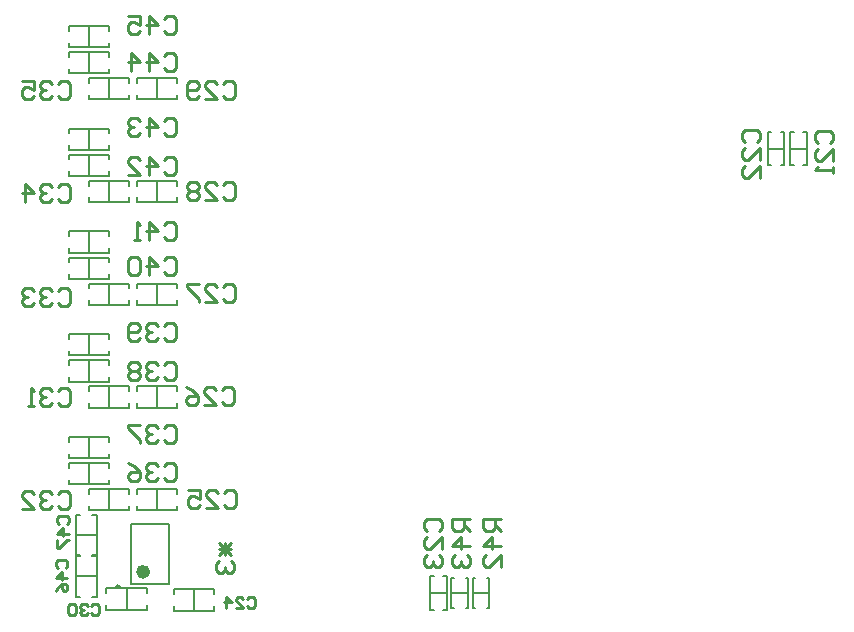
<source format=gbr>
%TF.GenerationSoftware,Altium Limited,Altium Designer,18.1.9 (240)*%
G04 Layer_Color=32896*
%FSLAX26Y26*%
%MOIN*%
%TF.FileFunction,Legend,Bot*%
%TF.Part,Single*%
G01*
G75*
%TA.AperFunction,NonConductor*%
%ADD51C,0.023622*%
%ADD52C,0.009842*%
%ADD53C,0.005906*%
%ADD54C,0.007874*%
%ADD55C,0.010000*%
D51*
X4350394Y4547244D02*
G03*
X4350394Y4547244I-11811J0D01*
G01*
D52*
X4259842Y4497835D02*
G03*
X4259842Y4497835I-4921J0D01*
G01*
D53*
X4090551Y5610571D02*
Y5626319D01*
Y5610571D02*
X4224409D01*
Y5626319D01*
Y5665689D02*
Y5681437D01*
X4090551D02*
X4224409D01*
X4090551Y5665689D02*
Y5681437D01*
X4157479Y5610571D02*
Y5681437D01*
X4090551Y5523789D02*
Y5539537D01*
Y5523789D02*
X4224409D01*
Y5539537D01*
Y5578907D02*
Y5594655D01*
X4090551D02*
X4224409D01*
X4090551Y5578907D02*
Y5594655D01*
X4157479Y5523789D02*
Y5594655D01*
X4159449Y5437007D02*
Y5452755D01*
Y5437007D02*
X4293307D01*
Y5452755D01*
Y5492125D02*
Y5507873D01*
X4159449D02*
X4293307D01*
X4159449Y5492125D02*
Y5507873D01*
X4226377Y5437007D02*
Y5507873D01*
X4090551Y5268051D02*
Y5283799D01*
Y5268051D02*
X4224409D01*
Y5283799D01*
Y5323169D02*
Y5338917D01*
X4090551D02*
X4224409D01*
X4090551Y5323169D02*
Y5338917D01*
X4157479Y5268051D02*
Y5338917D01*
X4090551Y5181269D02*
Y5197017D01*
Y5181269D02*
X4224409D01*
Y5197017D01*
Y5236387D02*
Y5252135D01*
X4090551D02*
X4224409D01*
X4090551Y5236387D02*
Y5252135D01*
X4157479Y5181269D02*
Y5252135D01*
X4159449Y5094487D02*
Y5110235D01*
Y5094487D02*
X4293309D01*
Y5110235D01*
Y5149605D02*
Y5165353D01*
X4159449D02*
X4293309D01*
X4159449Y5149605D02*
Y5165353D01*
X4226379Y5094487D02*
Y5165353D01*
X4090551Y4925532D02*
Y4941279D01*
Y4925532D02*
X4224409D01*
Y4941279D01*
Y4980650D02*
Y4996398D01*
X4090551D02*
X4224409D01*
X4090551Y4980650D02*
Y4996398D01*
X4157479Y4925532D02*
Y4996398D01*
X4090551Y4838749D02*
Y4854498D01*
Y4838749D02*
X4224411D01*
Y4854498D01*
Y4893868D02*
Y4909615D01*
X4090551D02*
X4224411D01*
X4090551Y4893868D02*
Y4909615D01*
X4157481Y4838749D02*
Y4909615D01*
X4350394Y4476378D02*
Y4492126D01*
X4216535D02*
X4350394D01*
X4216535Y4476378D02*
Y4492126D01*
Y4421260D02*
Y4437008D01*
Y4421260D02*
X4350394D01*
Y4437008D01*
X4283465Y4421260D02*
Y4492126D01*
X4169292Y4464568D02*
X4185040D01*
Y4598426D01*
X4169292D02*
X4185040D01*
X4114174D02*
X4129922D01*
X4114174Y4464568D02*
Y4598426D01*
Y4464568D02*
X4129922D01*
X4114174Y4531496D02*
X4185040D01*
X4159449Y4751967D02*
Y4767716D01*
Y4751967D02*
X4293307D01*
Y4767716D01*
Y4807086D02*
Y4822836D01*
X4159449D02*
X4293307D01*
X4159449Y4807086D02*
Y4822836D01*
X4226377Y4751967D02*
Y4822836D01*
X4169291Y4602362D02*
X4185039D01*
Y4736220D01*
X4169291D02*
X4185039D01*
X4114173D02*
X4129921D01*
X4114173Y4602362D02*
Y4736220D01*
Y4602362D02*
X4129921D01*
X4114173Y4669292D02*
X4185039D01*
X4574802Y4472440D02*
Y4488188D01*
X4440944D02*
X4574802D01*
X4440944Y4472440D02*
Y4488188D01*
Y4417322D02*
Y4433070D01*
Y4417322D02*
X4574802D01*
Y4433070D01*
X4507874Y4417322D02*
Y4488188D01*
X4316929Y4751967D02*
Y4767716D01*
Y4751967D02*
X4450787D01*
Y4767716D01*
Y4807086D02*
Y4822833D01*
X4316929D02*
X4450787D01*
X4316929Y4807086D02*
Y4822833D01*
X4383859Y4751967D02*
Y4822833D01*
X4316929Y5094487D02*
Y5110235D01*
Y5094487D02*
X4450787D01*
Y5110235D01*
Y5149605D02*
Y5165353D01*
X4316929D02*
X4450787D01*
X4316929Y5149605D02*
Y5165353D01*
X4383859Y5094487D02*
Y5165353D01*
X4316929Y5437007D02*
Y5452755D01*
Y5437007D02*
X4450787D01*
Y5452755D01*
Y5492125D02*
Y5507873D01*
X4316929D02*
X4450787D01*
X4316929Y5492125D02*
Y5507873D01*
X4383859Y5437007D02*
Y5507873D01*
X4090551Y5866309D02*
Y5882056D01*
Y5866309D02*
X4224409D01*
Y5882056D01*
Y5921426D02*
Y5937175D01*
X4090551D02*
X4224409D01*
X4090551Y5921426D02*
Y5937175D01*
X4157481Y5866309D02*
Y5937175D01*
X4090551Y5953091D02*
Y5968838D01*
Y5953091D02*
X4224409D01*
Y5968838D01*
Y6008208D02*
Y6023957D01*
X4090551D02*
X4224409D01*
X4090551Y6008208D02*
Y6023957D01*
X4157481Y5953091D02*
Y6023957D01*
X4159449Y5779526D02*
Y5795275D01*
Y5779526D02*
X4293307D01*
Y5795275D01*
Y5834645D02*
Y5850392D01*
X4159449D02*
X4293307D01*
X4159449Y5834645D02*
Y5850392D01*
X4226377Y5779526D02*
Y5850392D01*
X4316929Y5779526D02*
Y5795275D01*
Y5779526D02*
X4450787D01*
Y5795275D01*
Y5834645D02*
Y5850392D01*
X4316929D02*
X4450787D01*
X4316929Y5834645D02*
Y5850392D01*
X4383859Y5779526D02*
Y5850392D01*
X4090551Y6208828D02*
Y6224576D01*
Y6208828D02*
X4224409D01*
Y6224576D01*
Y6263946D02*
Y6279694D01*
X4090551D02*
X4224409D01*
X4090551Y6263946D02*
Y6279694D01*
X4157479Y6208828D02*
Y6279694D01*
X4159449Y6122046D02*
Y6137794D01*
Y6122046D02*
X4293307D01*
Y6137794D01*
Y6177164D02*
Y6192912D01*
X4159449D02*
X4293307D01*
X4159449Y6177164D02*
Y6192912D01*
X4226377Y6122046D02*
Y6192912D01*
X4090551Y6295610D02*
Y6311358D01*
Y6295610D02*
X4224409D01*
Y6311358D01*
Y6350728D02*
Y6366476D01*
X4090551D02*
X4224409D01*
X4090551Y6350728D02*
Y6366476D01*
X4157479Y6295610D02*
Y6366476D01*
X4316929Y6122046D02*
Y6137794D01*
Y6122046D02*
X4450787D01*
Y6137794D01*
Y6177164D02*
Y6192912D01*
X4316929D02*
X4450787D01*
X4316929Y6177164D02*
Y6192912D01*
X4383857Y6122046D02*
Y6192912D01*
X6421260Y5956693D02*
X6476378D01*
X6464567Y5901575D02*
X6476378D01*
Y6011811D01*
X6464567D02*
X6476378D01*
X6421260D02*
X6433071D01*
X6421260Y5901575D02*
Y6011811D01*
Y5901575D02*
X6433071D01*
X6496063Y5956693D02*
X6551181D01*
X6539369Y5901574D02*
X6551181D01*
Y6011810D01*
X6539369D02*
X6551181D01*
X6496063D02*
X6507873D01*
X6496063Y5901574D02*
Y6011810D01*
Y5901574D02*
X6507873D01*
X5295276Y4476377D02*
X5350395D01*
X5295276Y4531495D02*
X5307087D01*
X5295276Y4421260D02*
Y4531495D01*
Y4421260D02*
X5307087D01*
X5338583D02*
X5350395D01*
Y4531495D01*
X5338583D02*
X5350395D01*
X5366141Y4476378D02*
X5421259D01*
X5413701Y4426378D02*
X5421259D01*
Y4526378D01*
X5413701D02*
X5421259D01*
X5366141D02*
X5373701D01*
X5366141Y4426378D02*
Y4526378D01*
Y4426378D02*
X5373701D01*
X5437008Y4476379D02*
X5492126D01*
X5437008Y4526379D02*
X5444566D01*
X5437008Y4426379D02*
Y4526379D01*
Y4426379D02*
X5444566D01*
X5484566D02*
X5492126D01*
Y4526379D01*
X5484566D02*
X5492126D01*
D54*
X4299212Y4704724D02*
X4425198D01*
X4299212Y4507874D02*
X4425198D01*
Y4704724D01*
X4299212Y4507874D02*
Y4704724D01*
D55*
X4408832Y5585417D02*
X4418829Y5595414D01*
X4438822D01*
X4448819Y5585417D01*
Y5545430D01*
X4438822Y5535433D01*
X4418829D01*
X4408832Y5545430D01*
X4358848Y5535433D02*
Y5595414D01*
X4388838Y5565423D01*
X4348851D01*
X4328858Y5585417D02*
X4318861Y5595414D01*
X4298867D01*
X4288871Y5585417D01*
Y5545430D01*
X4298867Y5535433D01*
X4318861D01*
X4328858Y5545430D01*
Y5585417D01*
X4408832Y5235023D02*
X4418829Y5245020D01*
X4438822D01*
X4448819Y5235023D01*
Y5195036D01*
X4438822Y5185039D01*
X4418829D01*
X4408832Y5195036D01*
X4388838Y5235023D02*
X4378842Y5245020D01*
X4358848D01*
X4348851Y5235023D01*
Y5225026D01*
X4358848Y5215030D01*
X4368845D01*
X4358848D01*
X4348851Y5205033D01*
Y5195036D01*
X4358848Y5185039D01*
X4378842D01*
X4388838Y5195036D01*
X4328858Y5235023D02*
X4318861Y5245020D01*
X4298867D01*
X4288871Y5235023D01*
Y5225026D01*
X4298867Y5215030D01*
X4288871Y5205033D01*
Y5195036D01*
X4298867Y5185039D01*
X4318861D01*
X4328858Y5195036D01*
Y5205033D01*
X4318861Y5215030D01*
X4328858Y5225026D01*
Y5235023D01*
X4318861Y5215030D02*
X4298867D01*
X4408832Y5920062D02*
X4418829Y5930059D01*
X4438822D01*
X4448819Y5920062D01*
Y5880075D01*
X4438822Y5870079D01*
X4418829D01*
X4408832Y5880075D01*
X4358848Y5870079D02*
Y5930059D01*
X4388838Y5900069D01*
X4348851D01*
X4288871Y5870079D02*
X4328858D01*
X4288871Y5910066D01*
Y5920062D01*
X4298867Y5930059D01*
X4318861D01*
X4328858Y5920062D01*
X4408832Y6266519D02*
X4418829Y6276516D01*
X4438822D01*
X4448819Y6266519D01*
Y6226532D01*
X4438822Y6216535D01*
X4418829D01*
X4408832Y6226532D01*
X4358848Y6216535D02*
Y6276516D01*
X4388838Y6246526D01*
X4348851D01*
X4298867Y6216535D02*
Y6276516D01*
X4328858Y6246526D01*
X4288871D01*
X4408832Y4900377D02*
X4418829Y4910374D01*
X4438822D01*
X4448819Y4900377D01*
Y4860391D01*
X4438822Y4850394D01*
X4418829D01*
X4408832Y4860391D01*
X4388838Y4900377D02*
X4378842Y4910374D01*
X4358848D01*
X4348851Y4900377D01*
Y4890381D01*
X4358848Y4880384D01*
X4368845D01*
X4358848D01*
X4348851Y4870387D01*
Y4860391D01*
X4358848Y4850394D01*
X4378842D01*
X4388838Y4860391D01*
X4288871Y4910374D02*
X4308864Y4900377D01*
X4328858Y4880384D01*
Y4860391D01*
X4318861Y4850394D01*
X4298867D01*
X4288871Y4860391D01*
Y4870387D01*
X4298867Y4880384D01*
X4328858D01*
X4054501Y5483055D02*
X4064498Y5493051D01*
X4084491D01*
X4094488Y5483055D01*
Y5443068D01*
X4084491Y5433071D01*
X4064498D01*
X4054501Y5443068D01*
X4034508Y5483055D02*
X4024511Y5493051D01*
X4004517D01*
X3994521Y5483055D01*
Y5473058D01*
X4004517Y5463061D01*
X4014514D01*
X4004517D01*
X3994521Y5453064D01*
Y5443068D01*
X4004517Y5433071D01*
X4024511D01*
X4034508Y5443068D01*
X3974527Y5483055D02*
X3964530Y5493051D01*
X3944537D01*
X3934540Y5483055D01*
Y5473058D01*
X3944537Y5463061D01*
X3954534D01*
X3944537D01*
X3934540Y5453064D01*
Y5443068D01*
X3944537Y5433071D01*
X3964530D01*
X3974527Y5443068D01*
X4054501Y5148409D02*
X4064498Y5158406D01*
X4084491D01*
X4094488Y5148409D01*
Y5108422D01*
X4084491Y5098425D01*
X4064498D01*
X4054501Y5108422D01*
X4034508Y5148409D02*
X4024511Y5158406D01*
X4004517D01*
X3994521Y5148409D01*
Y5138412D01*
X4004517Y5128416D01*
X4014514D01*
X4004517D01*
X3994521Y5118419D01*
Y5108422D01*
X4004517Y5098425D01*
X4024511D01*
X4034508Y5108422D01*
X3974527Y5098425D02*
X3954534D01*
X3964530D01*
Y5158406D01*
X3974527Y5148409D01*
X4054501Y5829511D02*
X4064498Y5839508D01*
X4084491D01*
X4094488Y5829511D01*
Y5789524D01*
X4084491Y5779528D01*
X4064498D01*
X4054501Y5789524D01*
X4034508Y5829511D02*
X4024511Y5839508D01*
X4004517D01*
X3994521Y5829511D01*
Y5819515D01*
X4004517Y5809518D01*
X4014514D01*
X4004517D01*
X3994521Y5799521D01*
Y5789524D01*
X4004517Y5779528D01*
X4024511D01*
X4034508Y5789524D01*
X3944537Y5779528D02*
Y5839508D01*
X3974527Y5809518D01*
X3934540D01*
X4054501Y6172031D02*
X4064498Y6182028D01*
X4084491D01*
X4094488Y6172031D01*
Y6132044D01*
X4084491Y6122047D01*
X4064498D01*
X4054501Y6132044D01*
X4034508Y6172031D02*
X4024511Y6182028D01*
X4004517D01*
X3994521Y6172031D01*
Y6162034D01*
X4004517Y6152038D01*
X4014514D01*
X4004517D01*
X3994521Y6142041D01*
Y6132044D01*
X4004517Y6122047D01*
X4024511D01*
X4034508Y6132044D01*
X3934540Y6182028D02*
X3974527D01*
Y6152038D01*
X3954534Y6162034D01*
X3944537D01*
X3934540Y6152038D01*
Y6132044D01*
X3944537Y6122047D01*
X3964530D01*
X3974527Y6132044D01*
X4054501Y4805889D02*
X4064498Y4815886D01*
X4084491D01*
X4094488Y4805889D01*
Y4765902D01*
X4084491Y4755905D01*
X4064498D01*
X4054501Y4765902D01*
X4034508Y4805889D02*
X4024511Y4815886D01*
X4004517D01*
X3994521Y4805889D01*
Y4795893D01*
X4004517Y4785896D01*
X4014514D01*
X4004517D01*
X3994521Y4775899D01*
Y4765902D01*
X4004517Y4755905D01*
X4024511D01*
X4034508Y4765902D01*
X3934540Y4755905D02*
X3974527D01*
X3934540Y4795893D01*
Y4805889D01*
X3944537Y4815886D01*
X3964530D01*
X3974527Y4805889D01*
X4408832Y5703527D02*
X4418829Y5713524D01*
X4438822D01*
X4448819Y5703527D01*
Y5663540D01*
X4438822Y5653543D01*
X4418829D01*
X4408832Y5663540D01*
X4358848Y5653543D02*
Y5713524D01*
X4388838Y5683534D01*
X4348851D01*
X4328858Y5653543D02*
X4308864D01*
X4318861D01*
Y5713524D01*
X4328858Y5703527D01*
X4408832Y5364944D02*
X4418829Y5374941D01*
X4438822D01*
X4448819Y5364944D01*
Y5324957D01*
X4438822Y5314961D01*
X4418829D01*
X4408832Y5324957D01*
X4388838Y5364944D02*
X4378842Y5374941D01*
X4358848D01*
X4348851Y5364944D01*
Y5354948D01*
X4358848Y5344951D01*
X4368845D01*
X4358848D01*
X4348851Y5334954D01*
Y5324957D01*
X4358848Y5314961D01*
X4378842D01*
X4388838Y5324957D01*
X4328858D02*
X4318861Y5314961D01*
X4298867D01*
X4288871Y5324957D01*
Y5364944D01*
X4298867Y5374941D01*
X4318861D01*
X4328858Y5364944D01*
Y5354948D01*
X4318861Y5344951D01*
X4288871D01*
X4408832Y6049984D02*
X4418829Y6059981D01*
X4438822D01*
X4448819Y6049984D01*
Y6009997D01*
X4438822Y6000000D01*
X4418829D01*
X4408832Y6009997D01*
X4358848Y6000000D02*
Y6059981D01*
X4388838Y6029990D01*
X4348851D01*
X4328858Y6049984D02*
X4318861Y6059981D01*
X4298867D01*
X4288871Y6049984D01*
Y6039987D01*
X4298867Y6029990D01*
X4308864D01*
X4298867D01*
X4288871Y6019993D01*
Y6009997D01*
X4298867Y6000000D01*
X4318861D01*
X4328858Y6009997D01*
X4408832Y6388566D02*
X4418829Y6398563D01*
X4438822D01*
X4448819Y6388566D01*
Y6348579D01*
X4438822Y6338583D01*
X4418829D01*
X4408832Y6348579D01*
X4358848Y6338583D02*
Y6398563D01*
X4388838Y6368573D01*
X4348851D01*
X4288871Y6398563D02*
X4328858D01*
Y6368573D01*
X4308864Y6378570D01*
X4298867D01*
X4288871Y6368573D01*
Y6348579D01*
X4298867Y6338583D01*
X4318861D01*
X4328858Y6348579D01*
X4408832Y5026362D02*
X4418829Y5036359D01*
X4438822D01*
X4448819Y5026362D01*
Y4986375D01*
X4438822Y4976378D01*
X4418829D01*
X4408832Y4986375D01*
X4388838Y5026362D02*
X4378842Y5036359D01*
X4358848D01*
X4348851Y5026362D01*
Y5016365D01*
X4358848Y5006368D01*
X4368845D01*
X4358848D01*
X4348851Y4996372D01*
Y4986375D01*
X4358848Y4976378D01*
X4378842D01*
X4388838Y4986375D01*
X4328858Y5036359D02*
X4288871D01*
Y5026362D01*
X4328858Y4986375D01*
Y4976378D01*
X4605682Y5494866D02*
X4615679Y5504863D01*
X4635672D01*
X4645669Y5494866D01*
Y5454879D01*
X4635672Y5444882D01*
X4615679D01*
X4605682Y5454879D01*
X4545702Y5444882D02*
X4585689D01*
X4545702Y5484869D01*
Y5494866D01*
X4555698Y5504863D01*
X4575692D01*
X4585689Y5494866D01*
X4525708Y5504863D02*
X4485721D01*
Y5494866D01*
X4525708Y5454879D01*
Y5444882D01*
X4601745Y5152346D02*
X4611742Y5162343D01*
X4631735D01*
X4641732Y5152346D01*
Y5112359D01*
X4631735Y5102362D01*
X4611742D01*
X4601745Y5112359D01*
X4541765Y5102362D02*
X4581752D01*
X4541765Y5142349D01*
Y5152346D01*
X4551761Y5162343D01*
X4571755D01*
X4581752Y5152346D01*
X4481784Y5162343D02*
X4501778Y5152346D01*
X4521771Y5132352D01*
Y5112359D01*
X4511774Y5102362D01*
X4491781D01*
X4481784Y5112359D01*
Y5122356D01*
X4491781Y5132352D01*
X4521771D01*
X4605682Y5837385D02*
X4615679Y5847382D01*
X4635672D01*
X4645669Y5837385D01*
Y5797398D01*
X4635672Y5787402D01*
X4615679D01*
X4605682Y5797398D01*
X4545702Y5787402D02*
X4585689D01*
X4545702Y5827389D01*
Y5837385D01*
X4555698Y5847382D01*
X4575692D01*
X4585689Y5837385D01*
X4525708D02*
X4515711Y5847382D01*
X4495718D01*
X4485721Y5837385D01*
Y5827389D01*
X4495718Y5817392D01*
X4485721Y5807395D01*
Y5797398D01*
X4495718Y5787402D01*
X4515711D01*
X4525708Y5797398D01*
Y5807395D01*
X4515711Y5817392D01*
X4525708Y5827389D01*
Y5837385D01*
X4515711Y5817392D02*
X4495718D01*
X4605682Y6172031D02*
X4615679Y6182028D01*
X4635672D01*
X4645669Y6172031D01*
Y6132044D01*
X4635672Y6122047D01*
X4615679D01*
X4605682Y6132044D01*
X4545702Y6122047D02*
X4585689D01*
X4545702Y6162034D01*
Y6172031D01*
X4555698Y6182028D01*
X4575692D01*
X4585689Y6172031D01*
X4525708Y6132044D02*
X4515711Y6122047D01*
X4495718D01*
X4485721Y6132044D01*
Y6172031D01*
X4495718Y6182028D01*
X4515711D01*
X4525708Y6172031D01*
Y6162034D01*
X4515711Y6152038D01*
X4485721D01*
X4609619Y4809826D02*
X4619616Y4819823D01*
X4639609D01*
X4649606Y4809826D01*
Y4769839D01*
X4639609Y4759842D01*
X4619616D01*
X4609619Y4769839D01*
X4549639Y4759842D02*
X4589626D01*
X4549639Y4799830D01*
Y4809826D01*
X4559635Y4819823D01*
X4579629D01*
X4589626Y4809826D01*
X4489658Y4819823D02*
X4529645D01*
Y4789833D01*
X4509652Y4799830D01*
X4499655D01*
X4489658Y4789833D01*
Y4769839D01*
X4499655Y4759842D01*
X4519648D01*
X4529645Y4769839D01*
X4057753Y4706045D02*
X4051194Y4712605D01*
Y4725724D01*
X4057753Y4732283D01*
X4083992D01*
X4090551Y4725724D01*
Y4712605D01*
X4083992Y4706045D01*
X4090551Y4673247D02*
X4051194D01*
X4070872Y4692926D01*
Y4666688D01*
X4051194Y4653569D02*
Y4627331D01*
X4057753D01*
X4083992Y4653569D01*
X4090551D01*
X4053816Y4560376D02*
X4047257Y4566935D01*
Y4580055D01*
X4053816Y4586614D01*
X4080055D01*
X4086614Y4580055D01*
Y4566935D01*
X4080055Y4560376D01*
X4086614Y4527578D02*
X4047257D01*
X4066936Y4547257D01*
Y4521019D01*
X4047257Y4481661D02*
X4053816Y4494780D01*
X4066936Y4507899D01*
X4080055D01*
X4086614Y4501340D01*
Y4488221D01*
X4080055Y4481661D01*
X4073495D01*
X4066936Y4488221D01*
Y4507899D01*
X4166675Y4434373D02*
X4173235Y4440932D01*
X4186354D01*
X4192913Y4434373D01*
Y4408134D01*
X4186354Y4401575D01*
X4173235D01*
X4166675Y4408134D01*
X4153556Y4434373D02*
X4146996Y4440932D01*
X4133877D01*
X4127318Y4434373D01*
Y4427813D01*
X4133877Y4421253D01*
X4140437D01*
X4133877D01*
X4127318Y4414694D01*
Y4408134D01*
X4133877Y4401575D01*
X4146996D01*
X4153556Y4408134D01*
X4114199Y4434373D02*
X4107639Y4440932D01*
X4094520D01*
X4087960Y4434373D01*
Y4408134D01*
X4094520Y4401575D01*
X4107639D01*
X4114199Y4408134D01*
Y4434373D01*
X4686360Y4457995D02*
X4692920Y4464554D01*
X4706039D01*
X4712598Y4457995D01*
Y4431757D01*
X4706039Y4425197D01*
X4692920D01*
X4686360Y4431757D01*
X4647003Y4425197D02*
X4673241D01*
X4647003Y4451435D01*
Y4457995D01*
X4653562Y4464554D01*
X4666681D01*
X4673241Y4457995D01*
X4614205Y4425197D02*
Y4464554D01*
X4633884Y4444876D01*
X4607645D01*
X4591748Y4641732D02*
X4631735Y4601745D01*
Y4641732D02*
X4591748Y4601745D01*
X4611742Y4641732D02*
Y4601745D01*
X4631735Y4621739D02*
X4591748D01*
Y4581752D02*
X4581752Y4571755D01*
Y4551761D01*
X4591748Y4541765D01*
X4601745D01*
X4611742Y4551761D01*
Y4561758D01*
Y4551761D01*
X4621739Y4541765D01*
X4631735D01*
X4641732Y4551761D01*
Y4571755D01*
X4631735Y4581752D01*
X5429134Y4724409D02*
X5369153D01*
Y4694419D01*
X5379150Y4684422D01*
X5399144D01*
X5409140Y4694419D01*
Y4724409D01*
Y4704416D02*
X5429134Y4684422D01*
Y4634439D02*
X5369153D01*
X5399144Y4664429D01*
Y4624442D01*
X5379150Y4604448D02*
X5369153Y4594451D01*
Y4574458D01*
X5379150Y4564461D01*
X5389147D01*
X5399144Y4574458D01*
Y4584455D01*
Y4574458D01*
X5409140Y4564461D01*
X5419137D01*
X5429134Y4574458D01*
Y4594451D01*
X5419137Y4604448D01*
X5531496Y4724409D02*
X5471516D01*
Y4694419D01*
X5481512Y4684422D01*
X5501506D01*
X5511503Y4694419D01*
Y4724409D01*
Y4704416D02*
X5531496Y4684422D01*
Y4634439D02*
X5471516D01*
X5501506Y4664429D01*
Y4624442D01*
X5531496Y4564461D02*
Y4604448D01*
X5491509Y4564461D01*
X5481512D01*
X5471516Y4574458D01*
Y4594451D01*
X5481512Y4604448D01*
X6587811Y5975761D02*
X6577815Y5985758D01*
Y6005751D01*
X6587811Y6015748D01*
X6627798D01*
X6637795Y6005751D01*
Y5985758D01*
X6627798Y5975761D01*
X6637795Y5915780D02*
Y5955767D01*
X6597808Y5915780D01*
X6587811D01*
X6577815Y5925777D01*
Y5945771D01*
X6587811Y5955767D01*
X6637795Y5895787D02*
Y5875793D01*
Y5885790D01*
X6577815D01*
X6587811Y5895787D01*
X6343717Y5979698D02*
X6333720Y5989695D01*
Y6009688D01*
X6343717Y6019685D01*
X6383704D01*
X6393701Y6009688D01*
Y5989695D01*
X6383704Y5979698D01*
X6393701Y5919717D02*
Y5959704D01*
X6353714Y5919717D01*
X6343717D01*
X6333720Y5929714D01*
Y5949708D01*
X6343717Y5959704D01*
X6393701Y5859737D02*
Y5899724D01*
X6353714Y5859737D01*
X6343717D01*
X6333720Y5869734D01*
Y5889727D01*
X6343717Y5899724D01*
X5284662Y4684422D02*
X5274665Y4694419D01*
Y4714413D01*
X5284662Y4724409D01*
X5324649D01*
X5334646Y4714413D01*
Y4694419D01*
X5324649Y4684422D01*
X5334646Y4624442D02*
Y4664429D01*
X5294659Y4624442D01*
X5284662D01*
X5274665Y4634439D01*
Y4654432D01*
X5284662Y4664429D01*
Y4604448D02*
X5274665Y4594451D01*
Y4574458D01*
X5284662Y4564461D01*
X5294659D01*
X5304655Y4574458D01*
Y4584455D01*
Y4574458D01*
X5314652Y4564461D01*
X5324649D01*
X5334646Y4574458D01*
Y4594451D01*
X5324649Y4604448D01*
%TF.MD5,067b24f154db655988c98aedabcbbbde*%
M02*

</source>
